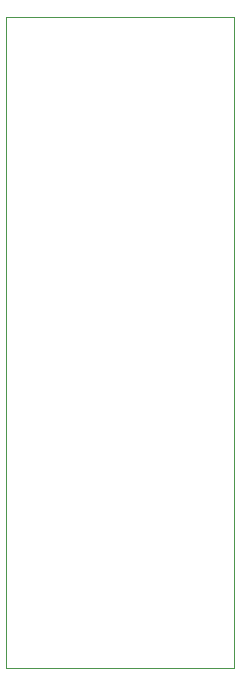
<source format=gm1>
G04 #@! TF.GenerationSoftware,KiCad,Pcbnew,7.0.7*
G04 #@! TF.CreationDate,2023-11-09T12:01:33-05:00*
G04 #@! TF.ProjectId,programmer,70726f67-7261-46d6-9d65-722e6b696361,rev?*
G04 #@! TF.SameCoordinates,Original*
G04 #@! TF.FileFunction,Profile,NP*
%FSLAX46Y46*%
G04 Gerber Fmt 4.6, Leading zero omitted, Abs format (unit mm)*
G04 Created by KiCad (PCBNEW 7.0.7) date 2023-11-09 12:01:33*
%MOMM*%
%LPD*%
G01*
G04 APERTURE LIST*
G04 #@! TA.AperFunction,Profile*
%ADD10C,0.100000*%
G04 #@! TD*
G04 APERTURE END LIST*
D10*
X136144000Y-93980000D02*
X136144000Y-38862000D01*
X136144000Y-38862000D02*
X116840000Y-38862000D01*
X116840000Y-93980000D02*
X136144000Y-93980000D01*
X116840000Y-38862000D02*
X116840000Y-93980000D01*
M02*

</source>
